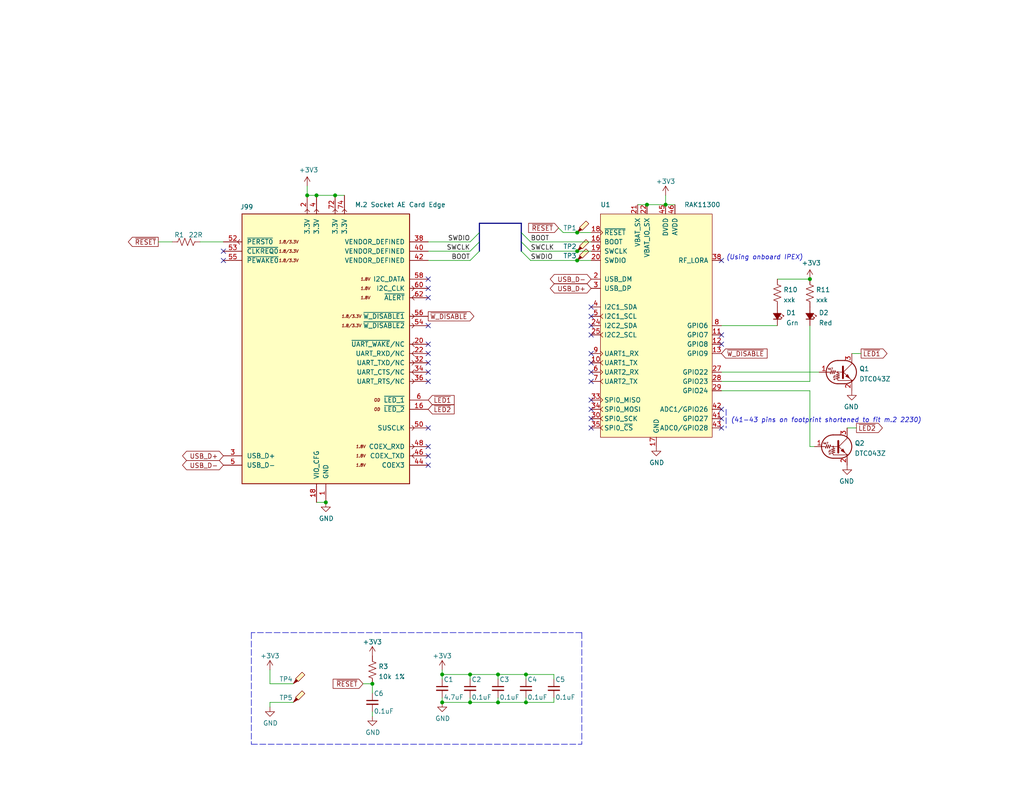
<source format=kicad_sch>
(kicad_sch (version 20211123) (generator eeschema)
  (paper "USLetter")
  (title_block (title "m.2 RAK11300 Module") (date "2024-05-17") (rev "1.0") (company "M Lange") (comment 1 "git.erroraccessdenied.com") (comment 4 "CC BY-SA 4.0 International"))
  (lib_symbols
    (symbol "Connector:TestPoint_Probe" (pin_numbers hide) (pin_names (offset 0.762) hide)
      (property "Reference" "TP" (at 1.651 5.842 0))
      (property "Value" "TestPoint_Probe" (at 1.651 4.064 0))
      (symbol "TestPoint_Probe_0_1"
        (polyline (pts (xy 1.27 0.762) (xy 0 0) (xy 0.762 1.27) (xy 1.27 0.762)) (fill (type outline)))
        (polyline (pts (xy 1.397 0.635) (xy 0.635 1.397) (xy 2.413 3.175) (xy 3.175 2.413) (xy 1.397 0.635)) (fill (type background)))
      )
      (symbol "TestPoint_Probe_1_1"
        (pin passive line (at 0 0 90) (length 0) (name "1") (number "1"))
      )
    )
    (symbol "Device:C_Small" (pin_numbers hide) (pin_names (offset 0.254) hide)
      (property "Reference" "C" (at 0.254 1.778 0))
      (property "Value" "C_Small" (at 0.254 -2.032 0))
      (symbol "C_Small_0_1"
        (polyline (pts (xy -1.524 -0.508) (xy 1.524 -0.508)) (stroke (width 0.3302)))
        (polyline (pts (xy -1.524 0.508) (xy 1.524 0.508)) (stroke (width 0.3048)))
      )
      (symbol "C_Small_1_1"
        (pin passive line (at 0 2.54 270) (length 2.032) (name "~") (number "1"))
        (pin passive line (at 0 -2.54 90) (length 2.032) (name "~") (number "2"))
      )
    )
    (symbol "Device:LED_Small_ALT" (pin_numbers hide) (pin_names (offset 0.254) hide)
      (property "Reference" "D" (at -1.27 3.175 0))
      (property "Value" "LED_Small_ALT" (at -4.445 -2.54 0))
      (symbol "LED_Small_ALT_0_1"
        (polyline (pts (xy -0.762 -1.016) (xy -0.762 1.016)) (stroke (width 0.254)))
        (polyline (pts (xy 1.016 0) (xy -0.762 0)))
        (polyline (pts (xy 0.762 -1.016) (xy -0.762 0) (xy 0.762 1.016) (xy 0.762 -1.016)) (stroke (width 0.254)) (fill (type outline)))
        (polyline (pts (xy 0 0.762) (xy -0.508 1.27) (xy -0.254 1.27) (xy -0.508 1.27) (xy -0.508 1.016)))
        (polyline (pts (xy 0.508 1.27) (xy 0 1.778) (xy 0.254 1.778) (xy 0 1.778) (xy 0 1.524)))
      )
      (symbol "LED_Small_ALT_1_1"
        (pin passive line (at -2.54 0 0) (length 1.778) (name "K") (number "1"))
        (pin passive line (at 2.54 0 180) (length 1.778) (name "A") (number "2"))
      )
    )
    (symbol "Device:R_US" (pin_numbers hide) (pin_names (offset 0))
      (property "Reference" "R" (at 2.54 0 90))
      (property "Value" "R_US" (at -2.54 0 90))
      (symbol "R_US_0_1"
        (polyline (pts (xy 0 -2.286) (xy 0 -2.54)))
        (polyline (pts (xy 0 2.286) (xy 0 2.54)))
        (polyline (pts (xy 0 -0.762) (xy 1.016 -1.143) (xy 0 -1.524) (xy -1.016 -1.905) (xy 0 -2.286)))
        (polyline (pts (xy 0 0.762) (xy 1.016 0.381) (xy 0 0) (xy -1.016 -0.381) (xy 0 -0.762)))
        (polyline (pts (xy 0 2.286) (xy 1.016 1.905) (xy 0 1.524) (xy -1.016 1.143) (xy 0 0.762)))
      )
      (symbol "R_US_1_1"
        (pin passive line (at 0 3.81 270) (length 1.27) (name "~") (number "1"))
        (pin passive line (at 0 -3.81 90) (length 1.27) (name "~") (number "2"))
      )
    )
    (symbol "Transistor_BJT:DTC143Z" (pin_names (offset 0) hide)
      (property "Reference" "Q" (at 5.08 1.905 0))
      (property "Value" "DTC143Z" (at 5.08 0 0))
      (symbol "DTC143Z_0_0"
        (text "47k" (at -2.159 -1.524 900) (effects (font (size 0.508 0.508))))
        (text "4k7" (at -3.302 0.889 0) (effects (font (size 0.508 0.508))))
      )
      (symbol "DTC143Z_0_1"
        (circle (center -1.27 0) (radius 0.127))
        (arc (start -1.27 3.175) (mid -4.445 0) (end -1.27 -3.175) (stroke (width 0.254)))
        (polyline (pts (xy -3.429 0) (xy -3.81 0)))
        (polyline (pts (xy -1.27 -3.175) (xy 0.635 -3.175)) (stroke (width 0.254)))
        (polyline (pts (xy -1.27 3.175) (xy 0.635 3.175)) (stroke (width 0.254)))
        (polyline (pts (xy 0 -0.254) (xy 2.54 2.286)))
        (polyline (pts (xy 0.127 1.524) (xy 0.127 -1.651)) (stroke (width 0.508)) (fill (type outline)))
        (polyline (pts (xy 2.54 2.286) (xy 2.54 2.54)))
        (polyline (pts (xy 2.54 -2.286) (xy 0 0.254) (xy 0 0.254)))
        (polyline (pts (xy 0.889 -1.143) (xy 1.397 -0.635) (xy 1.905 -1.651) (xy 0.889 -1.143)) (fill (type outline)))
        (polyline (pts (xy 0 0) (xy -1.905 0) (xy -2.032 0.508) (xy -2.286 -0.508) (xy -2.54 0.508) (xy -2.794 -0.508) (xy -3.048 0.508) (xy -3.302 -0.508) (xy -3.429 0)))
        (polyline (pts (xy -1.27 0) (xy -1.27 -0.381) (xy -0.762 -0.508) (xy -1.778 -0.762) (xy -0.762 -1.016) (xy -1.778 -1.27) (xy -0.762 -1.524) (xy -1.778 -1.778) (xy -1.27 -1.905) (xy -1.27 -2.286) (xy 2.54 -2.286)))
        (arc (start 0.635 -3.175) (mid 3.81 0) (end 0.635 3.175) (stroke (width 0.254)))
        (circle (center 2.54 -2.286) (radius 0.127))
      )
      (symbol "DTC143Z_1_1"
        (pin input line (at -6.35 0 0) (length 2.54) (name "B") (number "1"))
        (pin passive line (at 2.54 -5.08 90) (length 2.54) (name "E") (number "2"))
        (pin passive line (at 2.54 5.08 270) (length 2.54) (name "C") (number "3"))
      )
    )
    (symbol "ml-symbols:Bus_M.2_Edge_AE" (pin_names (offset 1.27))
      (property "Reference" "J99" (at -21.59 47.625 0))
      (property "Value" "M.2 Socket AE Card Edge" (at 20.32 48.26 0))
      (symbol "Bus_M.2_Edge_AE_0_0"
        (text "1.8/3.3V" (at -10.16 33.02 0) (effects (font (size 0.8 0.8) italic)))
        (text "1.8/3.3V" (at -10.16 35.56 0) (effects (font (size 0.8 0.8) italic)))
        (text "1.8/3.3V" (at -10.16 38.1 0) (effects (font (size 0.8 0.8) italic)))
        (text "1.8/3.3V" (at 6.985 15.24 0) (effects (font (size 0.8 0.8) italic)))
        (text "1.8/3.3V" (at 6.985 17.78 0) (effects (font (size 0.8 0.8) italic)))
        (text "1.8V" (at 9.525 -22.86 0) (effects (font (size 0.8 0.8) italic)))
        (text "1.8V" (at 9.525 -20.32 0) (effects (font (size 0.8 0.8) italic)))
        (text "1.8V" (at 9.525 -17.78 0) (effects (font (size 0.8 0.8) italic)))
        (text "1.8V" (at 10.795 22.86 0) (effects (font (size 0.8 0.8) italic)))
        (text "1.8V" (at 10.795 25.4 0) (effects (font (size 0.8 0.8) italic)))
        (text "1.8V" (at 10.795 27.94 0) (effects (font (size 0.8 0.8) italic)))
        (text "OD" (at 13.97 -7.62 0) (effects (font (size 0.8 0.8) italic)))
        (text "OD" (at 13.97 -5.08 0) (effects (font (size 0.8 0.8) italic)))
      )
      (symbol "Bus_M.2_Edge_AE_0_1"
        (rectangle (start -22.86 45.72) (end 22.86 -27.94) (stroke (width 0.254)) (fill (type background)))
        (polyline (pts (xy -23.495 37.465) (xy -24.13 38.1) (xy -23.495 38.735)) (stroke (width 0.1524)))
        (polyline (pts (xy -5.715 46.355) (xy -5.08 46.99) (xy -4.445 46.355)) (stroke (width 0.1524)))
        (polyline (pts (xy -3.175 46.355) (xy -2.54 46.99) (xy -1.905 46.355)) (stroke (width 0.1524)))
        (polyline (pts (xy 1.905 46.355) (xy 2.54 46.99) (xy 3.175 46.355)) (stroke (width 0.1524)))
        (polyline (pts (xy 4.445 46.355) (xy 5.08 46.99) (xy 5.715 46.355)) (stroke (width 0.1524)))
        (polyline (pts (xy 23.495 -17.145) (xy 24.13 -17.78) (xy 23.495 -18.415)) (stroke (width 0.1524)))
        (polyline (pts (xy 23.495 -12.065) (xy 24.13 -12.7) (xy 23.495 -13.335)) (stroke (width 0.1524)))
        (polyline (pts (xy 23.495 -0.635) (xy 24.13 0) (xy 23.495 0.635)) (stroke (width 0.1524)))
        (polyline (pts (xy 23.495 4.445) (xy 24.13 5.08) (xy 23.495 5.715)) (stroke (width 0.1524)))
        (polyline (pts (xy 23.495 15.875) (xy 24.13 15.24) (xy 23.495 14.605)) (stroke (width 0.1524)))
        (polyline (pts (xy 23.495 18.415) (xy 24.13 17.78) (xy 23.495 17.145)) (stroke (width 0.1524)))
        (polyline (pts (xy 23.495 24.765) (xy 24.13 25.4) (xy 23.495 26.035)) (stroke (width 0.1524)))
        (polyline (pts (xy 24.13 -19.685) (xy 23.495 -20.32) (xy 24.13 -20.955)) (stroke (width 0.1524)))
        (polyline (pts (xy 24.13 1.905) (xy 23.495 2.54) (xy 24.13 3.175)) (stroke (width 0.1524)))
        (polyline (pts (xy 24.13 6.985) (xy 23.495 7.62) (xy 24.13 8.255)) (stroke (width 0.1524)))
        (polyline (pts (xy 24.13 9.525) (xy 23.495 10.16) (xy 24.13 10.795)) (stroke (width 0.1524)))
        (polyline (pts (xy 24.13 23.495) (xy 23.495 22.86) (xy 24.13 22.225)) (stroke (width 0.1524)))
      )
      (symbol "Bus_M.2_Edge_AE_1_1"
        (pin power_in line (at 0 -33.02 90) (length 5.08) (name "GND") (number "1"))
        (pin open_collector line (at 27.94 -7.62 180) (length 5.08) (name "~{LED_2}") (number "16"))
        (pin input line (at -2.54 -33.02 90) (length 5.08) (name "VIO_CFG") (number "18"))
        (pin power_in line (at -5.08 50.8 270) (length 5.08) (name "3.3V") (number "2"))
        (pin input line (at 27.94 10.16 180) (length 5.08) (name "~{UART_WAKE}/NC") (number "20"))
        (pin input line (at 27.94 7.62 180) (length 5.08) (name "UART_RXD/NC") (number "22"))
        (pin bidirectional line (at -27.94 -20.32 0) (length 5.08) (name "USB_D+") (number "3"))
        (pin output line (at 27.94 5.08 180) (length 5.08) (name "UART_TXD/NC") (number "32"))
        (pin passive line (at 0 -33.02 90) (length 5.08) hide (name "GND") (number "33"))
        (pin input line (at 27.94 2.54 180) (length 5.08) (name "UART_CTS/NC") (number "34"))
        (pin output line (at 27.94 0 180) (length 5.08) (name "UART_RTS/NC") (number "36"))
        (pin passive line (at 27.94 38.1 180) (length 5.08) (name "VENDOR_DEFINED") (number "38"))
        (pin passive line (at 0 -33.02 90) (length 5.08) hide (name "GND") (number "39"))
        (pin power_in line (at -2.54 50.8 270) (length 5.08) (name "3.3V") (number "4"))
        (pin passive line (at 27.94 35.56 180) (length 5.08) (name "VENDOR_DEFINED") (number "40"))
        (pin passive line (at 27.94 33.02 180) (length 5.08) (name "VENDOR_DEFINED") (number "42"))
        (pin bidirectional line (at 27.94 -22.86 180) (length 5.08) (name "COEX3") (number "44"))
        (pin passive line (at 0 -33.02 90) (length 5.08) hide (name "GND") (number "45"))
        (pin input line (at 27.94 -20.32 180) (length 5.08) (name "COEX_TXD") (number "46"))
        (pin output line (at 27.94 -17.78 180) (length 5.08) (name "COEX_RXD") (number "48"))
        (pin bidirectional line (at -27.94 -22.86 0) (length 5.08) (name "USB_D-") (number "5"))
        (pin output line (at 27.94 -12.7 180) (length 5.08) (name "SUSCLK") (number "50"))
        (pin passive line (at 0 -33.02 90) (length 5.08) hide (name "GND") (number "51"))
        (pin output line (at -27.94 38.1 0) (length 5.08) (name "~{PERST0}") (number "52"))
        (pin bidirectional line (at -27.94 35.56 0) (length 5.08) (name "~{CLKREQ0}") (number "53"))
        (pin output line (at 27.94 15.24 180) (length 5.08) (name "~{W_DISABLE2}") (number "54"))
        (pin bidirectional line (at -27.94 33.02 0) (length 5.08) (name "~{PEWAKE0}") (number "55"))
        (pin output line (at 27.94 17.78 180) (length 5.08) (name "~{W_DISABLE1}") (number "56"))
        (pin passive line (at 0 -33.02 90) (length 5.08) hide (name "GND") (number "57"))
        (pin bidirectional line (at 27.94 27.94 180) (length 5.08) (name "I2C_DATA") (number "58"))
        (pin open_collector line (at 27.94 -5.08 180) (length 5.08) (name "~{LED_1}") (number "6"))
        (pin output line (at 27.94 25.4 180) (length 5.08) (name "I2C_CLK") (number "60"))
        (pin input line (at 27.94 22.86 180) (length 5.08) (name "~{ALERT}") (number "62"))
        (pin passive line (at 0 -33.02 90) (length 5.08) hide (name "GND") (number "63"))
        (pin passive line (at 0 -33.02 90) (length 5.08) hide (name "GND") (number "69"))
        (pin passive line (at 0 -33.02 90) (length 5.08) hide (name "GND") (number "7"))
        (pin power_in line (at 2.54 50.8 270) (length 5.08) (name "3.3V") (number "72"))
        (pin power_in line (at 5.08 50.8 270) (length 5.08) (name "3.3V") (number "74"))
        (pin passive line (at 0 -33.02 90) (length 5.08) hide (name "GND") (number "75"))
      )
    )
    (symbol "ml-symbols:RAK11300" (pin_names (offset 1.016))
      (property "Reference" "U" (at -12.7 33.02 0))
      (property "Value" "RAK11300" (at 10.16 -33.02 0))
      (symbol "RAK11300_0_0"
        (pin no_connect line (at 10.16 -10.16 180) (length 2.54) hide (name "RESERVED") (number "1"))
        (pin output line (at -17.78 -10.16 0) (length 2.54) (name "UART1_TX") (number "10"))
        (pin bidirectional line (at 17.78 -2.54 180) (length 2.54) (name "GPIO7") (number "11"))
        (pin bidirectional line (at 17.78 -5.08 180) (length 2.54) (name "GPIO8") (number "12"))
        (pin bidirectional line (at 17.78 -7.62 180) (length 2.54) (name "GPIO9") (number "13"))
        (pin power_in line (at 0 -33.02 90) (length 2.54) hide (name "GND") (number "14"))
        (pin no_connect line (at 10.16 2.54 180) (length 2.54) hide (name "RESERVED") (number "15"))
        (pin bidirectional line (at -17.78 22.86 0) (length 2.54) (name "BOOT") (number "16"))
        (pin power_in line (at 0 -33.02 90) (length 2.54) (name "GND") (number "17"))
        (pin input line (at -17.78 25.4 0) (length 2.54) (name "~{RESET}") (number "18"))
        (pin input line (at -17.78 20.32 0) (length 2.54) (name "SWCLK") (number "19"))
        (pin bidirectional line (at -17.78 12.7 0) (length 2.54) (name "USB_DM") (number "2"))
        (pin input line (at -17.78 17.78 0) (length 2.54) (name "SWDIO") (number "20"))
        (pin power_in line (at -5.08 33.02 270) (length 2.54) (name "VBAT_SX") (number "21"))
        (pin power_in line (at -2.54 33.02 270) (length 2.54) (name "VBAT_IO_SX") (number "22"))
        (pin power_in line (at 0 -33.02 90) (length 2.54) hide (name "GND") (number "23"))
        (pin bidirectional line (at -17.78 0 0) (length 2.54) (name "I2C2_SDA") (number "24"))
        (pin output line (at -17.78 -2.54 0) (length 2.54) (name "I2C2_SCL") (number "25"))
        (pin no_connect line (at 10.16 0 180) (length 2.54) hide (name "RESERVED") (number "26"))
        (pin bidirectional line (at 17.78 -12.7 180) (length 2.54) (name "GPIO22") (number "27"))
        (pin bidirectional line (at 17.78 -15.24 180) (length 2.54) (name "GPIO23") (number "28"))
        (pin bidirectional line (at 17.78 -17.78 180) (length 2.54) (name "GPIO24") (number "29"))
        (pin bidirectional line (at -17.78 10.16 0) (length 2.54) (name "USB_DP") (number "3"))
        (pin output line (at -17.78 -25.4 0) (length 2.54) (name "SPI0_SCK") (number "30"))
        (pin no_connect line (at 10.16 -2.54 180) (length 2.54) hide (name "RESERVED") (number "31"))
        (pin no_connect line (at 10.16 -5.08 180) (length 2.54) hide (name "RESERVED") (number "32"))
        (pin input line (at -17.78 -20.32 0) (length 2.54) (name "SPI0_MISO") (number "33"))
        (pin output line (at -17.78 -22.86 0) (length 2.54) (name "SPI0_MOSI") (number "34"))
        (pin output line (at -17.78 -27.94 0) (length 2.54) (name "SPI0_~{CS}") (number "35"))
        (pin power_in line (at 0 -33.02 90) (length 2.54) hide (name "GND") (number "36"))
        (pin power_in line (at 0 -33.02 90) (length 2.54) hide (name "GND") (number "37"))
        (pin passive line (at 17.78 17.78 180) (length 2.54) (name "RF_LORA") (number "38"))
        (pin no_connect line (at 10.16 -7.62 180) (length 2.54) hide (name "RESERVED") (number "39"))
        (pin bidirectional line (at -17.78 5.08 0) (length 2.54) (name "I2C1_SDA") (number "4"))
        (pin power_in line (at 0 -33.02 90) (length 2.54) hide (name "GND") (number "40"))
        (pin bidirectional line (at 17.78 -25.4 180) (length 2.54) (name "GPIO27") (number "41"))
        (pin bidirectional line (at 17.78 -22.86 180) (length 2.54) (name "ADC1/GPIO26") (number "42"))
        (pin bidirectional line (at 17.78 -27.94 180) (length 2.54) (name "ADC0/GPIO28") (number "43"))
        (pin power_in line (at 0 -33.02 90) (length 2.54) hide (name "GND") (number "44"))
        (pin power_in line (at 2.54 33.02 270) (length 2.54) (name "DVDD") (number "45"))
        (pin power_in line (at 5.08 33.02 270) (length 2.54) (name "AVDD") (number "46"))
        (pin output line (at -17.78 2.54 0) (length 2.54) (name "I2C1_SCL") (number "5"))
        (pin input line (at -17.78 -12.7 0) (length 2.54) (name "UART2_RX") (number "6"))
        (pin output line (at -17.78 -15.24 0) (length 2.54) (name "UART2_TX") (number "7"))
        (pin bidirectional line (at 17.78 0 180) (length 2.54) (name "GPIO6") (number "8"))
        (pin input line (at -17.78 -7.62 0) (length 2.54) (name "UART1_RX") (number "9"))
      )
      (symbol "RAK11300_0_1"
        (rectangle (start -15.24 30.48) (end 15.24 -30.48) (stroke (width 0.1524)) (fill (type background)))
        (polyline (pts (xy -15.24 -19.685) (xy -14.605 -20.32) (xy -15.24 -20.955)) (stroke (width 0.1524)))
        (polyline (pts (xy -15.24 -12.065) (xy -14.605 -12.7) (xy -15.24 -13.335)) (stroke (width 0.1524)))
        (polyline (pts (xy -15.24 -6.985) (xy -14.605 -7.62) (xy -15.24 -8.255)) (stroke (width 0.1524)))
        (polyline (pts (xy -15.24 26.035) (xy -14.605 25.4) (xy -15.24 24.765)) (stroke (width 0.1524)))
        (polyline (pts (xy -14.605 -27.305) (xy -15.24 -27.94) (xy -14.605 -28.575)) (stroke (width 0.1524)))
        (polyline (pts (xy -14.605 -24.765) (xy -15.24 -25.4) (xy -14.605 -26.035)) (stroke (width 0.1524)))
        (polyline (pts (xy -14.605 -22.225) (xy -15.24 -22.86) (xy -14.605 -23.495)) (stroke (width 0.1524)))
        (polyline (pts (xy -14.605 -14.605) (xy -15.24 -15.24) (xy -14.605 -15.875)) (stroke (width 0.1524)))
        (polyline (pts (xy -14.605 -9.525) (xy -15.24 -10.16) (xy -14.605 -10.795)) (stroke (width 0.1524)))
        (polyline (pts (xy -14.605 -1.905) (xy -15.24 -2.54) (xy -14.605 -3.175)) (stroke (width 0.1524)))
        (polyline (pts (xy -14.605 3.175) (xy -15.24 2.54) (xy -14.605 1.905)) (stroke (width 0.1524)))
      )
    )
    (symbol "power:+3.3V" (power) (pin_names (offset 0))
      (property "Value" "+3.3V" (at 0 3.556 0))
      (symbol "+3.3V_0_1"
        (polyline (pts (xy -0.762 1.27) (xy 0 2.54)))
        (polyline (pts (xy 0 0) (xy 0 2.54)))
        (polyline (pts (xy 0 2.54) (xy 0.762 1.27)))
      )
      (symbol "+3.3V_1_1"
        (pin power_in line (at 0 0 90) (length 0) hide (name "+3V3") (number "1"))
      )
    )
    (symbol "power:GND" (power) (pin_names (offset 0))
      (property "Value" "GND" (at 0 -3.81 0))
      (symbol "GND_0_1"
        (polyline (pts (xy 0 0) (xy 0 -1.27) (xy 1.27 -1.27) (xy 0 -2.54) (xy -1.27 -1.27) (xy 0 -1.27)))
      )
      (symbol "GND_1_1"
        (pin power_in line (at 0 0 270) (length 0) hide (name "GND") (number "1"))
      )
    )
  )
  (junction (at 86.36 53.34))
  (junction (at 83.82 53.34))
  (junction (at 176.53 55.88))
  (junction (at 135.89 184.15))
  (junction (at 91.44 53.34))
  (junction (at 120.65 184.15))
  (junction (at 128.27 184.15))
  (junction (at 181.61 55.88))
  (junction (at 157.48 71.12))
  (junction (at 157.48 63.5))
  (junction (at 128.27 191.77))
  (junction (at 220.98 76.2))
  (junction (at 143.51 191.77))
  (junction (at 88.9 137.16))
  (junction (at 120.65 191.77))
  (junction (at 101.6 186.69))
  (junction (at 135.89 191.77))
  (junction (at 157.48 68.58))
  (junction (at 143.51 184.15))
  (no_connect (at 161.29 101.6))
  (no_connect (at 161.29 104.14))
  (no_connect (at 196.85 93.98))
  (no_connect (at 196.85 91.44))
  (no_connect (at 196.85 71.12))
  (no_connect (at 196.85 116.84))
  (no_connect (at 161.29 88.9))
  (no_connect (at 161.29 91.44))
  (no_connect (at 196.85 111.76))
  (no_connect (at 196.85 114.3))
  (no_connect (at 116.84 96.52))
  (no_connect (at 161.29 96.52))
  (no_connect (at 161.29 99.06))
  (no_connect (at 161.29 83.82))
  (no_connect (at 161.29 86.36))
  (no_connect (at 116.84 127))
  (no_connect (at 116.84 116.84))
  (no_connect (at 116.84 121.92))
  (no_connect (at 116.84 124.46))
  (no_connect (at 116.84 88.9))
  (no_connect (at 116.84 81.28))
  (no_connect (at 116.84 104.14))
  (no_connect (at 116.84 101.6))
  (no_connect (at 116.84 93.98))
  (no_connect (at 60.96 68.58))
  (no_connect (at 60.96 71.12))
  (no_connect (at 161.29 114.3))
  (no_connect (at 161.29 116.84))
  (no_connect (at 161.29 109.22))
  (no_connect (at 161.29 111.76))
  (no_connect (at 116.84 99.06))
  (no_connect (at 116.84 78.74))
  (no_connect (at 116.84 76.2))
  (bus_entry (at 128.27 68.58) (size 2.54 -2.54) (stroke (width 0.1524)))
  (bus_entry (at 144.78 68.58) (size -2.54 -2.54) (stroke (width 0.1524)))
  (bus_entry (at 144.78 66.04) (size -2.54 -2.54) (stroke (width 0.1524)))
  (bus_entry (at 144.78 71.12) (size -2.54 -2.54) (stroke (width 0.1524)))
  (bus_entry (at 128.27 71.12) (size 2.54 -2.54) (stroke (width 0.1524)))
  (bus_entry (at 128.27 66.04) (size 2.54 -2.54) (stroke (width 0.1524)))
  (wire (pts (xy 220.98 106.68) (xy 220.98 121.92)))
  (bus (pts (xy 142.24 66.04) (xy 142.24 63.5)))
  (wire (pts (xy 151.13 190.5) (xy 151.13 191.77)))
  (bus (pts (xy 130.81 66.04) (xy 130.81 68.58)))
  (wire (pts (xy 73.66 186.69) (xy 80.01 186.69)))
  (wire (pts (xy 152.4 62.23) (xy 153.67 63.5)))
  (wire (pts (xy 157.48 63.5) (xy 161.29 63.5)))
  (wire (pts (xy 43.18 66.04) (xy 46.99 66.04)))
  (wire (pts (xy 116.84 71.12) (xy 128.27 71.12)))
  (wire (pts (xy 86.36 53.34) (xy 91.44 53.34)))
  (polyline (pts (xy 68.58 172.72) (xy 68.58 203.2)))
  (wire (pts (xy 220.98 104.14) (xy 196.85 104.14)))
  (wire (pts (xy 176.53 55.88) (xy 181.61 55.88)))
  (bus (pts (xy 142.24 60.96) (xy 130.81 60.96)))
  (wire (pts (xy 157.48 68.58) (xy 161.29 68.58)))
  (wire (pts (xy 151.13 184.15) (xy 151.13 185.42)))
  (wire (pts (xy 120.65 182.88) (xy 120.65 184.15)))
  (wire (pts (xy 86.36 137.16) (xy 88.9 137.16)))
  (wire (pts (xy 54.61 66.04) (xy 60.96 66.04)))
  (wire (pts (xy 144.78 71.12) (xy 157.48 71.12)))
  (wire (pts (xy 135.89 190.5) (xy 135.89 191.77)))
  (wire (pts (xy 120.65 184.15) (xy 120.65 185.42)))
  (polyline (pts (xy 198.12 111.76) (xy 198.12 116.84)))
  (polyline (pts (xy 158.75 172.72) (xy 68.58 172.72)))
  (wire (pts (xy 181.61 53.34) (xy 181.61 55.88)))
  (wire (pts (xy 83.82 53.34) (xy 86.36 53.34)))
  (wire (pts (xy 212.09 88.9) (xy 196.85 88.9)))
  (wire (pts (xy 234.95 96.52) (xy 232.41 96.52)))
  (wire (pts (xy 220.98 88.9) (xy 220.98 104.14)))
  (wire (pts (xy 73.66 182.88) (xy 73.66 186.69)))
  (bus (pts (xy 142.24 60.96) (xy 142.24 63.5)))
  (wire (pts (xy 128.27 184.15) (xy 135.89 184.15)))
  (wire (pts (xy 73.66 193.04) (xy 73.66 191.77)))
  (wire (pts (xy 116.84 66.04) (xy 128.27 66.04)))
  (wire (pts (xy 173.99 55.88) (xy 176.53 55.88)))
  (wire (pts (xy 233.68 116.84) (xy 231.14 116.84)))
  (wire (pts (xy 116.84 68.58) (xy 128.27 68.58)))
  (wire (pts (xy 120.65 191.77) (xy 128.27 191.77)))
  (wire (pts (xy 143.51 184.15) (xy 143.51 185.42)))
  (wire (pts (xy 143.51 184.15) (xy 151.13 184.15)))
  (wire (pts (xy 128.27 191.77) (xy 135.89 191.77)))
  (wire (pts (xy 196.85 101.6) (xy 223.52 101.6)))
  (wire (pts (xy 128.27 184.15) (xy 128.27 185.42)))
  (wire (pts (xy 120.65 190.5) (xy 120.65 191.77)))
  (bus (pts (xy 130.81 60.96) (xy 130.81 63.5)))
  (wire (pts (xy 157.48 71.12) (xy 161.29 71.12)))
  (wire (pts (xy 212.09 76.2) (xy 220.98 76.2)))
  (wire (pts (xy 135.89 184.15) (xy 143.51 184.15)))
  (bus (pts (xy 142.24 68.58) (xy 142.24 66.04)))
  (wire (pts (xy 91.44 53.34) (xy 93.98 53.34)))
  (wire (pts (xy 181.61 55.88) (xy 184.15 55.88)))
  (wire (pts (xy 128.27 190.5) (xy 128.27 191.77)))
  (wire (pts (xy 135.89 184.15) (xy 135.89 185.42)))
  (wire (pts (xy 153.67 63.5) (xy 157.48 63.5)))
  (wire (pts (xy 143.51 191.77) (xy 151.13 191.77)))
  (wire (pts (xy 144.78 66.04) (xy 161.29 66.04)))
  (wire (pts (xy 101.6 186.69) (xy 101.6 189.23)))
  (wire (pts (xy 120.65 184.15) (xy 128.27 184.15)))
  (wire (pts (xy 73.66 191.77) (xy 80.01 191.77)))
  (wire (pts (xy 101.6 195.58) (xy 101.6 194.31)))
  (wire (pts (xy 135.89 191.77) (xy 143.51 191.77)))
  (wire (pts (xy 83.82 50.8) (xy 83.82 53.34)))
  (polyline (pts (xy 158.75 172.72) (xy 158.75 203.2)))
  (wire (pts (xy 143.51 190.5) (xy 143.51 191.77)))
  (bus (pts (xy 130.81 63.5) (xy 130.81 66.04)))
  (wire (pts (xy 99.06 186.69) (xy 101.6 186.69)))
  (wire (pts (xy 144.78 68.58) (xy 157.48 68.58)))
  (polyline (pts (xy 68.58 203.2) (xy 158.75 203.2)))
  (wire (pts (xy 196.85 106.68) (xy 220.98 106.68)))
  (wire (pts (xy 220.98 121.92) (xy 222.25 121.92)))
  (text "(Using onboard IPEX)" (at 198.12 71.12 0) (effects (font (size 1.27 1.27) italic) (justify left bottom)))
  (text "(41-43 pins on footprint shortened to fit m.2 2230)" (at 199.39 115.57 0) (effects (font (size 1.27 1.27) italic) (justify left bottom)))
  (label "SWDIO" (at 128.27 66.04 180))
  (label "BOOT" (at 128.27 71.12 180))
  (label "BOOT" (at 144.78 66.04 0))
  (label "SWCLK" (at 144.78 68.58 0))
  (label "SWDIO" (at 144.78 71.12 0))
  (label "SWCLK" (at 128.27 68.58 180))
  (global_label "USB_D+" (shape bidirectional) (at 60.96 124.46 180) (property "Intersheet References" "${INTERSHEET_REFS}" (effects hide)))
  (global_label "~{RESET}" (shape input) (at 152.4 62.23 180) (property "Intersheet References" "${INTERSHEET_REFS}" (effects hide)))
  (global_label "~{LED2}" (shape input) (at 116.84 111.76 0) (property "Intersheet References" "${INTERSHEET_REFS}" (effects hide)))
  (global_label "~{LED1}" (shape output) (at 234.95 96.52 0) (property "Intersheet References" "${INTERSHEET_REFS}" (effects hide)))
  (global_label "~{W_DISABLE}" (shape output) (at 116.84 86.36 0) (property "Intersheet References" "${INTERSHEET_REFS}" (effects hide)))
  (global_label "~{LED2}" (shape output) (at 233.68 116.84 0) (property "Intersheet References" "${INTERSHEET_REFS}" (effects hide)))
  (global_label "~{RESET}" (shape output) (at 43.18 66.04 180) (property "Intersheet References" "${INTERSHEET_REFS}" (effects hide)))
  (global_label "USB_D-" (shape bidirectional) (at 161.29 76.2 180) (property "Intersheet References" "${INTERSHEET_REFS}" (effects hide)))
  (global_label "USB_D-" (shape bidirectional) (at 60.96 127 180) (property "Intersheet References" "${INTERSHEET_REFS}" (effects hide)))
  (global_label "~{LED1}" (shape input) (at 116.84 109.22 0) (property "Intersheet References" "${INTERSHEET_REFS}" (effects hide)))
  (global_label "USB_D+" (shape bidirectional) (at 161.29 78.74 180) (property "Intersheet References" "${INTERSHEET_REFS}" (effects hide)))
  (global_label "~{RESET}" (shape input) (at 99.06 186.69 180) (property "Intersheet References" "${INTERSHEET_REFS}" (effects hide)))
  (global_label "~{W_DISABLE}" (shape input) (at 196.85 96.52 0) (property "Intersheet References" "${INTERSHEET_REFS}" (effects hide)))
  (symbol (lib_id "ml-symbols:Bus_M.2_Edge_AE") (at 88.9 104.14 0) (unit 1) (in_bom no)
    (property "Reference" "J99" (at 67.31 56.515 0))
    (property "Value" "M.2 Socket AE Card Edge" (at 109.22 55.88 0))
    (property "Footprint" "ml-symbols:m2-padKeyAE" (effects hide))
    (property "Datasheet" "http://read.pudn.com/downloads794/doc/project/3133918/PCIe_M.2_Electromechanical_Spec_Rev1.0_Final_11012013_RS_Clean.pdf#page=150" (effects hide))
  )
  (symbol (lib_id "power:GND") (at 88.9 137.16 0) (unit 1)
    (property "Reference" "#PWR020" (effects hide))
    (property "Value" "GND" (at 89.027 141.5542 0))
  )
  (symbol (lib_id "power:+3.3V") (at 83.82 50.8 0) (unit 1)
    (property "Reference" "#PWR01" (effects hide))
    (property "Value" "+3.3V" (at 84.201 46.4058 0))
  )
  (symbol (lib_id "Device:R_US") (at 50.8 66.04 270) (unit 1)
    (property "Reference" "R1" (at 48.895 64.135 90))
    (property "Value" "22R" (at 51.435 64.135 90) (effects (justify left)))
    (property "Footprint" "Resistor_SMD:R_0402_1005Metric" (effects hide))
  )
  (symbol (lib_id "Connector:TestPoint_Probe") (at 157.48 63.5 0) (unit 1) (in_bom no)
    (property "Reference" "TP1" (at 153.67 62.23 0) (effects (justify left)))
    (property "Value" "TestPoint_Probe" (effects hide))
    (property "Footprint" "TestPoint:TestPoint_Pad_D1.5mm" (effects hide))
  )
  (symbol (lib_id "power:+3.3V") (at 120.65 182.88 0) (unit 1)
    (property "Reference" "#PWR02" (effects hide))
    (property "Value" "+3.3V" (at 120.65 179.07 0))
  )
  (symbol (lib_id "power:+3.3V") (at 220.98 76.2 0) (unit 1)
    (property "Reference" "#PWR022" (effects hide))
    (property "Value" "+3.3V" (at 221.361 71.8058 0))
  )
  (symbol (lib_id "Device:R_US") (at 101.6 182.88 0) (unit 1)
    (property "Reference" "R3" (at 103.251 181.9715 0) (effects (justify left)))
    (property "Value" "10k 1%" (at 103.251 184.7466 0) (effects (justify left)))
    (property "Footprint" "Resistor_SMD:R_0402_1005Metric" (effects hide))
  )
  (symbol (lib_id "Device:LED_Small_ALT") (at 220.98 86.36 270) (mirror x) (unit 1)
    (property "Reference" "D2" (at 223.393 85.388 90) (effects (justify left)))
    (property "Value" "Red" (at 223.393 88.1631 90) (effects (justify left)))
    (property "Footprint" "ml-symbols:LED_0603_1608Metric" (effects hide))
    (property "MPN" "19-217-G7C-AN1P2-3T" (effects hide))
    (property "SKU" "304090043" (effects hide))
  )
  (symbol (lib_id "Device:R_US") (at 212.09 80.01 0) (unit 1)
    (property "Reference" "R10" (at 213.741 79.1015 0) (effects (justify left)))
    (property "Value" "xxk" (at 213.741 81.8766 0) (effects (justify left)))
    (property "Footprint" "Resistor_SMD:R_0402_1005Metric" (effects hide))
  )
  (symbol (lib_id "power:GND") (at 101.6 195.58 0) (unit 1)
    (property "Reference" "#PWR0102" (effects hide))
    (property "Value" "GND" (at 101.727 199.9742 0))
  )
  (symbol (lib_id "Transistor_BJT:DTC143Z") (at 229.87 101.6 0) (unit 1)
    (property "Reference" "Q1" (at 234.4419 100.6915 0) (effects (justify left)))
    (property "Value" "DTC043Z" (at 234.4419 103.4666 0) (effects (justify left)))
    (property "Footprint" "Package_TO_SOT_SMD:SOT-416" (effects hide))
    (property "MPN" "DTC043ZEBTL" (effects hide))
  )
  (symbol (lib_id "power:GND") (at 179.07 121.92 0) (unit 1)
    (property "Reference" "#PWR0101" (effects hide))
    (property "Value" "GND" (at 179.197 126.3142 0))
  )
  (symbol (lib_id "ml-symbols:RAK11300") (at 179.07 88.9 0) (unit 1)
    (property "Reference" "U1" (at 163.83 55.88 0) (effects (justify left)))
    (property "Value" "RAK11300" (at 186.69 55.88 0) (effects (justify left)))
    (property "Footprint" "ml-symbols:RAK11300" (effects hide))
    (property "Datasheet" "https://docs.rakwireless.com/Product-Categories/WisDuo/RAK11300-Module/Datasheet/#hardware" (effects hide))
  )
  (symbol (lib_id "Connector:TestPoint_Probe") (at 80.01 186.69 0) (unit 1) (in_bom no)
    (property "Reference" "TP4" (at 76.2 185.42 0) (effects (justify left)))
    (property "Value" "TestPoint_Probe" (effects hide))
    (property "Footprint" "TestPoint:TestPoint_Pad_D1.5mm" (effects hide))
  )
  (symbol (lib_id "power:+3.3V") (at 101.6 179.07 0) (unit 1)
    (property "Reference" "#PWR0103" (effects hide))
    (property "Value" "+3.3V" (at 101.6 175.26 0))
  )
  (symbol (lib_id "Connector:TestPoint_Probe") (at 80.01 191.77 0) (unit 1) (in_bom no)
    (property "Reference" "TP5" (at 76.2 190.5 0) (effects (justify left)))
    (property "Value" "TestPoint_Probe" (effects hide))
    (property "Footprint" "TestPoint:TestPoint_Pad_D1.5mm" (effects hide))
  )
  (symbol (lib_id "Device:C_Small") (at 143.51 187.96 0) (unit 1)
    (property "Reference" "C4" (at 143.891 185.5216 0) (effects (justify left)))
    (property "Value" "0.1uF" (at 143.891 190.373 0) (effects (justify left)))
    (property "Footprint" "Capacitor_SMD:C_0402_1005Metric" (effects hide))
  )
  (symbol (lib_id "power:+3.3V") (at 181.61 53.34 0) (unit 1)
    (property "Reference" "#PWR0106" (effects hide))
    (property "Value" "+3.3V" (at 181.61 49.53 0))
  )
  (symbol (lib_id "power:GND") (at 73.66 193.04 0) (unit 1)
    (property "Reference" "#PWR0104" (effects hide))
    (property "Value" "GND" (at 73.787 197.4342 0))
  )
  (symbol (lib_id "power:GND") (at 120.65 191.77 0) (unit 1)
    (property "Reference" "#PWR03" (effects hide))
    (property "Value" "GND" (at 120.777 196.1642 0))
  )
  (symbol (lib_id "Device:R_US") (at 220.98 80.01 0) (unit 1)
    (property "Reference" "R11" (at 222.631 79.1015 0) (effects (justify left)))
    (property "Value" "xxk" (at 222.631 81.8766 0) (effects (justify left)))
    (property "Footprint" "Resistor_SMD:R_0402_1005Metric" (effects hide))
  )
  (symbol (lib_id "power:GND") (at 232.41 106.68 0) (mirror y) (unit 1)
    (property "Reference" "#PWR0108" (effects hide))
    (property "Value" "GND" (at 232.283 111.0742 0))
  )
  (symbol (lib_id "Device:C_Small") (at 151.13 187.96 0) (unit 1)
    (property "Reference" "C5" (at 151.511 185.5216 0) (effects (justify left)))
    (property "Value" "0.1uF" (at 151.511 190.373 0) (effects (justify left)))
    (property "Footprint" "Capacitor_SMD:C_0402_1005Metric" (effects hide))
  )
  (symbol (lib_id "Device:C_Small") (at 135.89 187.96 0) (unit 1)
    (property "Reference" "C3" (at 136.271 185.5216 0) (effects (justify left)))
    (property "Value" "0.1uF" (at 136.271 190.373 0) (effects (justify left)))
    (property "Footprint" "Capacitor_SMD:C_0402_1005Metric" (effects hide))
  )
  (symbol (lib_id "Device:C_Small") (at 101.6 191.77 0) (unit 1)
    (property "Reference" "C6" (at 101.981 189.3316 0) (effects (justify left)))
    (property "Value" "0.1uF" (at 101.981 194.183 0) (effects (justify left)))
    (property "Footprint" "Capacitor_SMD:C_0402_1005Metric" (effects hide))
  )
  (symbol (lib_id "Transistor_BJT:DTC143Z") (at 228.6 121.92 0) (unit 1)
    (property "Reference" "Q2" (at 233.1719 121.0115 0) (effects (justify left)))
    (property "Value" "DTC043Z" (at 233.1719 123.7866 0) (effects (justify left)))
    (property "Footprint" "Package_TO_SOT_SMD:SOT-416" (effects hide))
    (property "MPN" "DTC043ZEBTL" (effects hide))
  )
  (symbol (lib_id "Connector:TestPoint_Probe") (at 157.48 68.58 0) (unit 1) (in_bom no)
    (property "Reference" "TP2" (at 153.67 67.31 0) (effects (justify left)))
    (property "Value" "TestPoint_Probe" (effects hide))
    (property "Footprint" "TestPoint:TestPoint_Pad_D1.5mm" (effects hide))
  )
  (symbol (lib_id "Device:C_Small") (at 128.27 187.96 0) (unit 1)
    (property "Reference" "C2" (at 128.651 185.5216 0) (effects (justify left)))
    (property "Value" "0.1uF" (at 128.651 190.373 0) (effects (justify left)))
    (property "Footprint" "Capacitor_SMD:C_0402_1005Metric" (effects hide))
  )
  (symbol (lib_id "Device:C_Small") (at 120.65 187.96 0) (unit 1)
    (property "Reference" "C1" (at 121.031 185.5216 0) (effects (justify left)))
    (property "Value" "4.7uF" (at 121.031 190.373 0) (effects (justify left)))
    (property "Footprint" "Capacitor_SMD:C_0603_1608Metric" (effects hide))
  )
  (symbol (lib_id "Device:LED_Small_ALT") (at 212.09 86.36 270) (mirror x) (unit 1)
    (property "Reference" "D1" (at 214.503 85.388 90) (effects (justify left)))
    (property "Value" "Grn" (at 214.503 88.1631 90) (effects (justify left)))
    (property "Footprint" "ml-symbols:LED_0603_1608Metric" (effects hide))
    (property "MPN" "19-217-R6C-AL1M2VY-3T" (effects hide))
    (property "SKU" "304090042" (effects hide))
  )
  (symbol (lib_id "Connector:TestPoint_Probe") (at 157.48 71.12 0) (unit 1) (in_bom no)
    (property "Reference" "TP3" (at 153.67 69.85 0) (effects (justify left)))
    (property "Value" "TestPoint_Probe" (effects hide))
    (property "Footprint" "TestPoint:TestPoint_Pad_D1.5mm" (effects hide))
  )
  (symbol (lib_id "power:+3.3V") (at 73.66 182.88 0) (unit 1)
    (property "Reference" "#PWR0105" (effects hide))
    (property "Value" "+3.3V" (at 73.66 179.07 0))
  )
  (symbol (lib_id "power:GND") (at 231.14 127 0) (mirror y) (unit 1)
    (property "Reference" "#PWR0107" (effects hide))
    (property "Value" "GND" (at 231.013 131.3942 0))
  )
)
</source>
